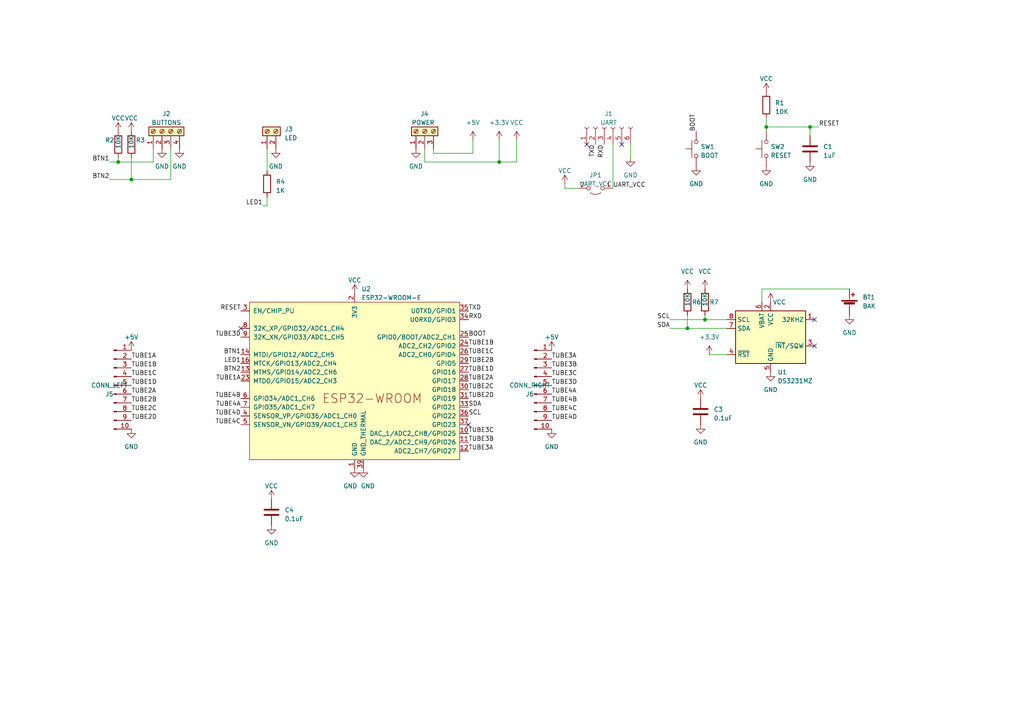
<source format=kicad_sch>
(kicad_sch (version 20230121) (generator eeschema)
  (paper "A4")
  (title_block (title "Nixie Clock Back Panel") (rev "3.0") (company "Ilya Strukov"))
  (lib_symbols
    (symbol "Connector:Conn_01x06_Socket" (pin_names (offset 1.016) hide)
      (property "Reference" "J" (at 0 7.62 0))
      (property "Value" "Conn_01x06_Socket" (at 0 -10.16 0))
      (symbol "Conn_01x06_Socket_1_1"
        (arc (start 0 -7.112) (mid -0.5058 -7.62) (end 0 -8.128) (stroke (width 0.1524)))
        (arc (start 0 -4.572) (mid -0.5058 -5.08) (end 0 -5.588) (stroke (width 0.1524)))
        (arc (start 0 -2.032) (mid -0.5058 -2.54) (end 0 -3.048) (stroke (width 0.1524)))
        (polyline (pts (xy -1.27 -7.62) (xy -0.508 -7.62)) (stroke (width 0.1524)))
        (polyline (pts (xy -1.27 -5.08) (xy -0.508 -5.08)) (stroke (width 0.1524)))
        (polyline (pts (xy -1.27 -2.54) (xy -0.508 -2.54)) (stroke (width 0.1524)))
        (polyline (pts (xy -1.27 0) (xy -0.508 0)) (stroke (width 0.1524)))
        (polyline (pts (xy -1.27 2.54) (xy -0.508 2.54)) (stroke (width 0.1524)))
        (polyline (pts (xy -1.27 5.08) (xy -0.508 5.08)) (stroke (width 0.1524)))
        (arc (start 0 0.508) (mid -0.5058 0) (end 0 -0.508) (stroke (width 0.1524)))
        (arc (start 0 3.048) (mid -0.5058 2.54) (end 0 2.032) (stroke (width 0.1524)))
        (arc (start 0 5.588) (mid -0.5058 5.08) (end 0 4.572) (stroke (width 0.1524)))
        (pin passive line (at -5.08 5.08 0) (length 3.81) (name "Pin_1") (number "1"))
        (pin passive line (at -5.08 2.54 0) (length 3.81) (name "Pin_2") (number "2"))
        (pin passive line (at -5.08 0 0) (length 3.81) (name "Pin_3") (number "3"))
        (pin passive line (at -5.08 -2.54 0) (length 3.81) (name "Pin_4") (number "4"))
        (pin passive line (at -5.08 -5.08 0) (length 3.81) (name "Pin_5") (number "5"))
        (pin passive line (at -5.08 -7.62 0) (length 3.81) (name "Pin_6") (number "6"))
      )
    )
    (symbol "Connector:Conn_01x10_Pin" (pin_names (offset 1.016) hide)
      (property "Reference" "J" (at 0 12.7 0))
      (property "Value" "Conn_01x10_Pin" (at 0 -15.24 0))
      (symbol "Conn_01x10_Pin_1_1"
        (polyline (pts (xy 1.27 -12.7) (xy 0.8636 -12.7)) (stroke (width 0.1524)))
        (polyline (pts (xy 1.27 -10.16) (xy 0.8636 -10.16)) (stroke (width 0.1524)))
        (polyline (pts (xy 1.27 -7.62) (xy 0.8636 -7.62)) (stroke (width 0.1524)))
        (polyline (pts (xy 1.27 -5.08) (xy 0.8636 -5.08)) (stroke (width 0.1524)))
        (polyline (pts (xy 1.27 -2.54) (xy 0.8636 -2.54)) (stroke (width 0.1524)))
        (polyline (pts (xy 1.27 0) (xy 0.8636 0)) (stroke (width 0.1524)))
        (polyline (pts (xy 1.27 2.54) (xy 0.8636 2.54)) (stroke (width 0.1524)))
        (polyline (pts (xy 1.27 5.08) (xy 0.8636 5.08)) (stroke (width 0.1524)))
        (polyline (pts (xy 1.27 7.62) (xy 0.8636 7.62)) (stroke (width 0.1524)))
        (polyline (pts (xy 1.27 10.16) (xy 0.8636 10.16)) (stroke (width 0.1524)))
        (rectangle (start 0.8636 -12.573) (end 0 -12.827) (stroke (width 0.1524)) (fill (type outline)))
        (rectangle (start 0.8636 -10.033) (end 0 -10.287) (stroke (width 0.1524)) (fill (type outline)))
        (rectangle (start 0.8636 -7.493) (end 0 -7.747) (stroke (width 0.1524)) (fill (type outline)))
        (rectangle (start 0.8636 -4.953) (end 0 -5.207) (stroke (width 0.1524)) (fill (type outline)))
        (rectangle (start 0.8636 -2.413) (end 0 -2.667) (stroke (width 0.1524)) (fill (type outline)))
        (rectangle (start 0.8636 0.127) (end 0 -0.127) (stroke (width 0.1524)) (fill (type outline)))
        (rectangle (start 0.8636 2.667) (end 0 2.413) (stroke (width 0.1524)) (fill (type outline)))
        (rectangle (start 0.8636 5.207) (end 0 4.953) (stroke (width 0.1524)) (fill (type outline)))
        (rectangle (start 0.8636 7.747) (end 0 7.493) (stroke (width 0.1524)) (fill (type outline)))
        (rectangle (start 0.8636 10.287) (end 0 10.033) (stroke (width 0.1524)) (fill (type outline)))
        (pin passive line (at 5.08 10.16 180) (length 3.81) (name "Pin_1") (number "1"))
        (pin passive line (at 5.08 -12.7 180) (length 3.81) (name "Pin_10") (number "10"))
        (pin passive line (at 5.08 7.62 180) (length 3.81) (name "Pin_2") (number "2"))
        (pin passive line (at 5.08 5.08 180) (length 3.81) (name "Pin_3") (number "3"))
        (pin passive line (at 5.08 2.54 180) (length 3.81) (name "Pin_4") (number "4"))
        (pin passive line (at 5.08 0 180) (length 3.81) (name "Pin_5") (number "5"))
        (pin passive line (at 5.08 -2.54 180) (length 3.81) (name "Pin_6") (number "6"))
        (pin passive line (at 5.08 -5.08 180) (length 3.81) (name "Pin_7") (number "7"))
        (pin passive line (at 5.08 -7.62 180) (length 3.81) (name "Pin_8") (number "8"))
        (pin passive line (at 5.08 -10.16 180) (length 3.81) (name "Pin_9") (number "9"))
      )
    )
    (symbol "Connector:Screw_Terminal_01x02" (pin_names (offset 1.016) hide)
      (property "Reference" "J" (at 0 2.54 0))
      (property "Value" "Screw_Terminal_01x02" (at 0 -5.08 0))
      (symbol "Screw_Terminal_01x02_1_1"
        (rectangle (start -1.27 1.27) (end 1.27 -3.81) (stroke (width 0.254)) (fill (type background)))
        (circle (center 0 -2.54) (radius 0.635) (stroke (width 0.1524)))
        (polyline (pts (xy -0.5334 -2.2098) (xy 0.3302 -3.048)) (stroke (width 0.1524)))
        (polyline (pts (xy -0.5334 0.3302) (xy 0.3302 -0.508)) (stroke (width 0.1524)))
        (polyline (pts (xy -0.3556 -2.032) (xy 0.508 -2.8702)) (stroke (width 0.1524)))
        (polyline (pts (xy -0.3556 0.508) (xy 0.508 -0.3302)) (stroke (width 0.1524)))
        (circle (center 0 0) (radius 0.635) (stroke (width 0.1524)))
        (pin passive line (at -5.08 0 0) (length 3.81) (name "Pin_1") (number "1"))
        (pin passive line (at -5.08 -2.54 0) (length 3.81) (name "Pin_2") (number "2"))
      )
    )
    (symbol "Connector:Screw_Terminal_01x03" (pin_names (offset 1.016) hide)
      (property "Reference" "J" (at 0 5.08 0))
      (property "Value" "Screw_Terminal_01x03" (at 0 -5.08 0))
      (symbol "Screw_Terminal_01x03_1_1"
        (rectangle (start -1.27 3.81) (end 1.27 -3.81) (stroke (width 0.254)) (fill (type background)))
        (circle (center 0 -2.54) (radius 0.635) (stroke (width 0.1524)))
        (polyline (pts (xy -0.5334 -2.2098) (xy 0.3302 -3.048)) (stroke (width 0.1524)))
        (polyline (pts (xy -0.5334 0.3302) (xy 0.3302 -0.508)) (stroke (width 0.1524)))
        (polyline (pts (xy -0.5334 2.8702) (xy 0.3302 2.032)) (stroke (width 0.1524)))
        (polyline (pts (xy -0.3556 -2.032) (xy 0.508 -2.8702)) (stroke (width 0.1524)))
        (polyline (pts (xy -0.3556 0.508) (xy 0.508 -0.3302)) (stroke (width 0.1524)))
        (polyline (pts (xy -0.3556 3.048) (xy 0.508 2.2098)) (stroke (width 0.1524)))
        (circle (center 0 0) (radius 0.635) (stroke (width 0.1524)))
        (circle (center 0 2.54) (radius 0.635) (stroke (width 0.1524)))
        (pin passive line (at -5.08 2.54 0) (length 3.81) (name "Pin_1") (number "1"))
        (pin passive line (at -5.08 0 0) (length 3.81) (name "Pin_2") (number "2"))
        (pin passive line (at -5.08 -2.54 0) (length 3.81) (name "Pin_3") (number "3"))
      )
    )
    (symbol "Connector:Screw_Terminal_01x04" (pin_names (offset 1.016) hide)
      (property "Reference" "J" (at 0 5.08 0))
      (property "Value" "Screw_Terminal_01x04" (at 0 -7.62 0))
      (symbol "Screw_Terminal_01x04_1_1"
        (rectangle (start -1.27 3.81) (end 1.27 -6.35) (stroke (width 0.254)) (fill (type background)))
        (circle (center 0 -5.08) (radius 0.635) (stroke (width 0.1524)))
        (circle (center 0 -2.54) (radius 0.635) (stroke (width 0.1524)))
        (polyline (pts (xy -0.5334 -4.7498) (xy 0.3302 -5.588)) (stroke (width 0.1524)))
        (polyline (pts (xy -0.5334 -2.2098) (xy 0.3302 -3.048)) (stroke (width 0.1524)))
        (polyline (pts (xy -0.5334 0.3302) (xy 0.3302 -0.508)) (stroke (width 0.1524)))
        (polyline (pts (xy -0.5334 2.8702) (xy 0.3302 2.032)) (stroke (width 0.1524)))
        (polyline (pts (xy -0.3556 -4.572) (xy 0.508 -5.4102)) (stroke (width 0.1524)))
        (polyline (pts (xy -0.3556 -2.032) (xy 0.508 -2.8702)) (stroke (width 0.1524)))
        (polyline (pts (xy -0.3556 0.508) (xy 0.508 -0.3302)) (stroke (width 0.1524)))
        (polyline (pts (xy -0.3556 3.048) (xy 0.508 2.2098)) (stroke (width 0.1524)))
        (circle (center 0 0) (radius 0.635) (stroke (width 0.1524)))
        (circle (center 0 2.54) (radius 0.635) (stroke (width 0.1524)))
        (pin passive line (at -5.08 2.54 0) (length 3.81) (name "Pin_1") (number "1"))
        (pin passive line (at -5.08 0 0) (length 3.81) (name "Pin_2") (number "2"))
        (pin passive line (at -5.08 -2.54 0) (length 3.81) (name "Pin_3") (number "3"))
        (pin passive line (at -5.08 -5.08 0) (length 3.81) (name "Pin_4") (number "4"))
      )
    )
    (symbol "Device:Battery_Cell" (pin_numbers hide) (pin_names (offset 0) hide)
      (property "Reference" "BT" (at 2.54 2.54 0))
      (property "Value" "Battery_Cell" (at 2.54 0 0))
      (symbol "Battery_Cell_0_1"
        (rectangle (start -2.286 1.778) (end 2.286 1.524) (fill (type outline)))
        (rectangle (start -1.5748 1.1938) (end 1.4732 0.6858) (fill (type outline)))
        (polyline (pts (xy 0 0.762) (xy 0 0)))
        (polyline (pts (xy 0 1.778) (xy 0 2.54)))
        (polyline (pts (xy 0.508 3.429) (xy 1.524 3.429)) (stroke (width 0.254)))
        (polyline (pts (xy 1.016 3.937) (xy 1.016 2.921)) (stroke (width 0.254)))
      )
      (symbol "Battery_Cell_1_1"
        (pin passive line (at 0 5.08 270) (length 2.54) (name "+") (number "1"))
        (pin passive line (at 0 -2.54 90) (length 2.54) (name "-") (number "2"))
      )
    )
    (symbol "Device:C" (pin_numbers hide) (pin_names (offset 0.254))
      (property "Reference" "C" (at 0.635 2.54 0))
      (property "Value" "C" (at 0.635 -2.54 0))
      (symbol "C_0_1"
        (polyline (pts (xy -2.032 -0.762) (xy 2.032 -0.762)) (stroke (width 0.508)))
        (polyline (pts (xy -2.032 0.762) (xy 2.032 0.762)) (stroke (width 0.508)))
      )
      (symbol "C_1_1"
        (pin passive line (at 0 3.81 270) (length 2.794) (name "~") (number "1"))
        (pin passive line (at 0 -3.81 90) (length 2.794) (name "~") (number "2"))
      )
    )
    (symbol "Device:R" (pin_numbers hide) (pin_names (offset 0))
      (property "Reference" "R" (at 2.032 0 90))
      (property "Value" "R" (at 0 0 90))
      (symbol "R_0_1"
        (rectangle (start -1.016 -2.54) (end 1.016 2.54) (stroke (width 0.254)))
      )
      (symbol "R_1_1"
        (pin passive line (at 0 3.81 270) (length 1.27) (name "~") (number "1"))
        (pin passive line (at 0 -3.81 90) (length 1.27) (name "~") (number "2"))
      )
    )
    (symbol "Espressif:ESP32-WROOM-E" (pin_names (offset 1.016))
      (property "Reference" "U" (at -30.48 27.94 0))
      (property "Value" "ESP32-WROOM-E" (at -30.48 25.4 0))
      (symbol "ESP32-WROOM-E_0_1"
        (rectangle (start -30.48 22.86) (end 30.48 -22.86) (fill (type background)))
      )
      (symbol "ESP32-WROOM-E_1_1"
        (text "ESP32-­WROOM­" (at 5.08 -5.08 0) (effects (font (size 2.54 2.54))))
        (pin power_in line (at 0 -25.4 90) (length 2.54) (name "GND") (number "1"))
        (pin bidirectional line (at 33.02 -15.24 180) (length 2.54) (name "DAC_1/ADC2_CH8/GPIO25") (number "10"))
        (pin bidirectional line (at 33.02 -17.78 180) (length 2.54) (name "DAC_2/ADC2_CH9/GPIO26") (number "11"))
        (pin bidirectional line (at 33.02 -20.32 180) (length 2.54) (name "ADC2_CH7/GPIO27") (number "12"))
        (pin bidirectional line (at -33.02 2.54 0) (length 2.54) (name "MTMS/GPIO14/ADC2_CH6") (number "13"))
        (pin bidirectional line (at -33.02 7.62 0) (length 2.54) (name "MTDI/GPIO12/ADC2_CH5") (number "14"))
        (pin passive line (at 0 -25.4 90) (length 2.54) hide (name "GND") (number "15"))
        (pin bidirectional line (at -33.02 5.08 0) (length 2.54) (name "MTCK/GPIO13/ADC2_CH4") (number "16"))
        (pin power_in line (at 0 25.4 270) (length 2.54) (name "3V3") (number "2"))
        (pin bidirectional line (at -33.02 0 0) (length 2.54) (name "MTDO/GPIO15/ADC2_CH3") (number "23"))
        (pin bidirectional line (at 33.02 10.16 180) (length 2.54) (name "ADC2_CH2/GPIO2") (number "24"))
        (pin bidirectional line (at 33.02 12.7 180) (length 2.54) (name "GPIO0/BOOT/ADC2_CH1") (number "25"))
        (pin bidirectional line (at 33.02 7.62 180) (length 2.54) (name "ADC2_CH0/GPIO4") (number "26"))
        (pin bidirectional line (at 33.02 2.54 180) (length 2.54) (name "GPIO16") (number "27"))
        (pin bidirectional line (at 33.02 0 180) (length 2.54) (name "GPIO17") (number "28"))
        (pin bidirectional line (at 33.02 5.08 180) (length 2.54) (name "GPIO5") (number "29"))
        (pin input line (at -33.02 20.32 0) (length 2.54) (name "EN/CHIP_PU") (number "3"))
        (pin bidirectional line (at 33.02 -2.54 180) (length 2.54) (name "GPIO18") (number "30"))
        (pin bidirectional line (at 33.02 -5.08 180) (length 2.54) (name "GPIO19") (number "31"))
        (pin bidirectional line (at 33.02 -7.62 180) (length 2.54) (name "GPIO21") (number "33"))
        (pin bidirectional line (at 33.02 17.78 180) (length 2.54) (name "U0RXD/GPIO3") (number "34"))
        (pin bidirectional line (at 33.02 20.32 180) (length 2.54) (name "U0TXD/GPIO1") (number "35"))
        (pin bidirectional line (at 33.02 -10.16 180) (length 2.54) (name "GPIO22") (number "36"))
        (pin bidirectional line (at 33.02 -12.7 180) (length 2.54) (name "GPIO23") (number "37"))
        (pin passive line (at 0 -25.4 90) (length 2.54) hide (name "GND") (number "38"))
        (pin power_in line (at 2.54 -25.4 90) (length 2.54) (name "GND_THERMAL") (number "39"))
        (pin input line (at -33.02 -10.16 0) (length 2.54) (name "SENSOR_VP/GPIO36/ADC1_CH0") (number "4"))
        (pin input line (at -33.02 -12.7 0) (length 2.54) (name "SENSOR_VN/GPIO39/ADC1_CH3") (number "5"))
        (pin input line (at -33.02 -5.08 0) (length 2.54) (name "GPIO34/ADC1_CH6") (number "6"))
        (pin input line (at -33.02 -7.62 0) (length 2.54) (name "GPIO35/ADC1_CH7") (number "7"))
        (pin bidirectional line (at -33.02 15.24 0) (length 2.54) (name "32K_XP/GPIO32/ADC1_CH4") (number "8"))
        (pin bidirectional line (at -33.02 12.7 0) (length 2.54) (name "32K_XN/GPIO33/ADC1_CH5") (number "9"))
      )
    )
    (symbol "Jumper:Jumper_2_Open" (pin_names (offset 0) hide)
      (property "Reference" "JP" (at 0 2.794 0))
      (property "Value" "Jumper_2_Open" (at 0 -2.286 0))
      (symbol "Jumper_2_Open_0_0"
        (circle (center -2.032 0) (radius 0.508))
        (circle (center 2.032 0) (radius 0.508))
      )
      (symbol "Jumper_2_Open_0_1"
        (arc (start 1.524 1.27) (mid 0 1.778) (end -1.524 1.27))
      )
      (symbol "Jumper_2_Open_1_1"
        (pin passive line (at -5.08 0 0) (length 2.54) (name "A") (number "1"))
        (pin passive line (at 5.08 0 180) (length 2.54) (name "B") (number "2"))
      )
    )
    (symbol "Switch:SW_Push" (pin_numbers hide) (pin_names (offset 1.016) hide)
      (property "Reference" "SW" (at 1.27 2.54 0))
      (property "Value" "SW_Push" (at 0 -1.524 0))
      (symbol "SW_Push_0_1"
        (circle (center -2.032 0) (radius 0.508))
        (polyline (pts (xy 0 1.27) (xy 0 3.048)))
        (polyline (pts (xy 2.54 1.27) (xy -2.54 1.27)))
        (circle (center 2.032 0) (radius 0.508))
        (pin passive line (at -5.08 0 0) (length 2.54) (name "1") (number "1"))
        (pin passive line (at 5.08 0 180) (length 2.54) (name "2") (number "2"))
      )
    )
    (symbol "Timer_RTC:DS3231MZ"
      (property "Reference" "U" (at -7.62 8.89 0))
      (property "Value" "DS3231MZ" (at 11.43 8.89 0))
      (symbol "DS3231MZ_0_1"
        (rectangle (start -10.16 7.62) (end 10.16 -7.62) (stroke (width 0.254)) (fill (type background)))
      )
      (symbol "DS3231MZ_1_1"
        (pin open_collector line (at 12.7 5.08 180) (length 2.54) (name "32KHZ") (number "1"))
        (pin power_in line (at 0 10.16 270) (length 2.54) (name "VCC") (number "2"))
        (pin open_collector line (at 12.7 -2.54 180) (length 2.54) (name "~{INT}/SQW") (number "3"))
        (pin bidirectional line (at -12.7 -5.08 0) (length 2.54) (name "~{RST}") (number "4"))
        (pin power_in line (at 0 -10.16 90) (length 2.54) (name "GND") (number "5"))
        (pin power_in line (at -2.54 10.16 270) (length 2.54) (name "VBAT") (number "6"))
        (pin bidirectional line (at -12.7 2.54 0) (length 2.54) (name "SDA") (number "7"))
        (pin input line (at -12.7 5.08 0) (length 2.54) (name "SCL") (number "8"))
      )
    )
    (symbol "power:+3.3V" (power) (pin_names (offset 0))
      (property "Value" "+3.3V" (at 0 3.556 0))
      (symbol "+3.3V_0_1"
        (polyline (pts (xy -0.762 1.27) (xy 0 2.54)))
        (polyline (pts (xy 0 0) (xy 0 2.54)))
        (polyline (pts (xy 0 2.54) (xy 0.762 1.27)))
      )
      (symbol "+3.3V_1_1"
        (pin power_in line (at 0 0 90) (length 0) hide (name "+3.3V") (number "1"))
      )
    )
    (symbol "power:+5V" (power) (pin_names (offset 0))
      (property "Value" "+5V" (at 0 3.556 0))
      (symbol "+5V_0_1"
        (polyline (pts (xy -0.762 1.27) (xy 0 2.54)))
        (polyline (pts (xy 0 0) (xy 0 2.54)))
        (polyline (pts (xy 0 2.54) (xy 0.762 1.27)))
      )
      (symbol "+5V_1_1"
        (pin power_in line (at 0 0 90) (length 0) hide (name "+5V") (number "1"))
      )
    )
    (symbol "power:GND" (power) (pin_names (offset 0))
      (property "Value" "GND" (at 0 -3.81 0))
      (symbol "GND_0_1"
        (polyline (pts (xy 0 0) (xy 0 -1.27) (xy 1.27 -1.27) (xy 0 -2.54) (xy -1.27 -1.27) (xy 0 -1.27)))
      )
      (symbol "GND_1_1"
        (pin power_in line (at 0 0 270) (length 0) hide (name "GND") (number "1"))
      )
    )
    (symbol "power:VCC" (power) (pin_names (offset 0))
      (property "Value" "VCC" (at 0 3.81 0))
      (symbol "VCC_0_1"
        (polyline (pts (xy -0.762 1.27) (xy 0 2.54)))
        (polyline (pts (xy 0 0) (xy 0 2.54)))
        (polyline (pts (xy 0 2.54) (xy 0.762 1.27)))
      )
      (symbol "VCC_1_1"
        (pin power_in line (at 0 0 90) (length 0) hide (name "VCC") (number "1"))
      )
    )
  )
  (junction (at 38.1 52.07))
  (junction (at 222.25 36.83))
  (junction (at 204.47 92.71))
  (junction (at 34.29 46.99))
  (junction (at 234.95 36.83))
  (junction (at 199.39 95.25))
  (junction (at 144.78 46.99))
  (no_connect (at 236.22 92.71))
  (no_connect (at 135.89 123.19))
  (no_connect (at 236.22 100.33))
  (no_connect (at 180.34 41.91))
  (no_connect (at 170.18 41.91))
  (no_connect (at 69.85 95.25))
  (wire (pts (xy 44.45 46.99) (xy 44.45 43.18)))
  (wire (pts (xy 199.39 95.25) (xy 210.82 95.25)))
  (wire (pts (xy 194.31 92.71) (xy 204.47 92.71)))
  (wire (pts (xy 222.25 34.29) (xy 222.25 36.83)))
  (wire (pts (xy 137.16 40.64) (xy 137.16 44.45)))
  (wire (pts (xy 204.47 91.44) (xy 204.47 92.71)))
  (wire (pts (xy 123.19 43.18) (xy 123.19 46.99)))
  (wire (pts (xy 144.78 46.99) (xy 144.78 40.64)))
  (wire (pts (xy 237.49 36.83) (xy 234.95 36.83)))
  (wire (pts (xy 38.1 45.72) (xy 38.1 52.07)))
  (wire (pts (xy 77.47 43.18) (xy 77.47 49.53)))
  (wire (pts (xy 234.95 36.83) (xy 222.25 36.83)))
  (wire (pts (xy 123.19 46.99) (xy 144.78 46.99)))
  (wire (pts (xy 125.73 43.18) (xy 125.73 44.45)))
  (wire (pts (xy 34.29 45.72) (xy 34.29 46.99)))
  (wire (pts (xy 194.31 95.25) (xy 199.39 95.25)))
  (wire (pts (xy 149.86 46.99) (xy 149.86 40.64)))
  (wire (pts (xy 199.39 91.44) (xy 199.39 95.25)))
  (wire (pts (xy 234.95 36.83) (xy 234.95 39.37)))
  (wire (pts (xy 76.2 59.69) (xy 77.47 59.69)))
  (wire (pts (xy 77.47 59.69) (xy 77.47 57.15)))
  (wire (pts (xy 31.75 46.99) (xy 34.29 46.99)))
  (wire (pts (xy 220.98 83.82) (xy 246.38 83.82)))
  (wire (pts (xy 31.75 52.07) (xy 38.1 52.07)))
  (wire (pts (xy 222.25 36.83) (xy 222.25 38.1)))
  (wire (pts (xy 205.74 102.87) (xy 210.82 102.87)))
  (wire (pts (xy 34.29 46.99) (xy 44.45 46.99)))
  (wire (pts (xy 125.73 44.45) (xy 137.16 44.45)))
  (wire (pts (xy 163.83 53.34) (xy 163.83 54.61)))
  (wire (pts (xy 204.47 92.71) (xy 210.82 92.71)))
  (wire (pts (xy 49.53 52.07) (xy 49.53 43.18)))
  (wire (pts (xy 38.1 52.07) (xy 49.53 52.07)))
  (wire (pts (xy 163.83 54.61) (xy 167.64 54.61)))
  (wire (pts (xy 220.98 83.82) (xy 220.98 87.63)))
  (wire (pts (xy 182.88 41.91) (xy 182.88 45.72)))
  (wire (pts (xy 177.8 41.91) (xy 177.8 54.61)))
  (wire (pts (xy 144.78 46.99) (xy 149.86 46.99)))
  (label "TUBE3B" (at 160.02 106.68 0))
  (label "TUBE1A" (at 38.1 104.14 0))
  (label "TUBE1D" (at 38.1 111.76 0))
  (label "BOOT" (at 201.93 38.1 90))
  (label "BTN2" (at 69.85 107.95 180))
  (label "LED1" (at 69.85 105.41 180))
  (label "RXD" (at 175.26 41.91 270))
  (label "SCL" (at 135.89 120.65 0))
  (label "SDA" (at 194.31 95.25 180))
  (label "TUBE2C" (at 38.1 119.38 0))
  (label "TUBE4C" (at 160.02 119.38 0))
  (label "TUBE2A" (at 38.1 114.3 0))
  (label "BTN2" (at 31.75 52.07 180))
  (label "TUBE3C" (at 135.89 125.73 0))
  (label "TUBE3A" (at 135.89 130.81 0))
  (label "TUBE3D" (at 160.02 111.76 0))
  (label "TXD" (at 172.72 41.91 270))
  (label "TUBE2D" (at 135.89 115.57 0))
  (label "TXD" (at 135.89 90.17 0))
  (label "SDA" (at 135.89 118.11 0))
  (label "TUBE3B" (at 135.89 128.27 0))
  (label "TUBE1A" (at 69.85 110.49 180))
  (label "BTN1" (at 31.75 46.99 180))
  (label "UART_VCC" (at 177.8 54.61 0))
  (label "TUBE4B" (at 160.02 116.84 0))
  (label "TUBE2D" (at 38.1 121.92 0))
  (label "BOOT" (at 135.89 97.79 0))
  (label "RESET" (at 69.85 90.17 180))
  (label "TUBE3D" (at 69.85 97.79 180))
  (label "TUBE4B" (at 69.85 115.57 180))
  (label "TUBE2A" (at 135.89 110.49 0))
  (label "TUBE2C" (at 135.89 113.03 0))
  (label "TUBE3C" (at 160.02 109.22 0))
  (label "TUBE4A" (at 69.85 118.11 180))
  (label "TUBE1C" (at 38.1 109.22 0))
  (label "TUBE4D" (at 160.02 121.92 0))
  (label "SCL" (at 194.31 92.71 180))
  (label "TUBE1B" (at 38.1 106.68 0))
  (label "TUBE1C" (at 135.89 102.87 0))
  (label "TUBE4C" (at 69.85 123.19 180))
  (label "TUBE1D" (at 135.89 107.95 0))
  (label "TUBE4A" (at 160.02 114.3 0))
  (label "TUBE3A" (at 160.02 104.14 0))
  (label "RXD" (at 135.89 92.71 0))
  (label "TUBE2B" (at 38.1 116.84 0))
  (label "TUBE1B" (at 135.89 100.33 0))
  (label "TUBE4D" (at 69.85 120.65 180))
  (label "BTN1" (at 69.85 102.87 180))
  (label "RESET" (at 237.49 36.83 0))
  (label "LED1" (at 76.2 59.69 180))
  (label "TUBE2B" (at 135.89 105.41 0))
  (symbol (lib_id "power:VCC") (at 102.87 85.09 0) (unit 1)
    (property "Reference" "#PWR019" (effects hide))
    (property "Value" "VCC" (at 102.87 81.28 0))
  )
  (symbol (lib_id "power:GND") (at 52.07 43.18 0) (unit 1)
    (property "Reference" "#PWR08" (effects hide))
    (property "Value" "GND" (at 52.07 48.26 0))
  )
  (symbol (lib_id "power:GND") (at 223.52 107.95 0) (unit 1)
    (property "Reference" "#PWR025" (effects hide))
    (property "Value" "GND" (at 223.52 113.03 0))
  )
  (symbol (lib_id "power:VCC") (at 78.74 144.78 0) (unit 1)
    (property "Reference" "#PWR032" (effects hide))
    (property "Value" "VCC" (at 78.74 140.97 0))
  )
  (symbol (lib_id "power:GND") (at 105.41 135.89 0) (unit 1)
    (property "Reference" "#PWR031" (effects hide))
    (property "Value" "GND" (at 106.68 140.97 0))
  )
  (symbol (lib_id "Device:R") (at 34.29 41.91 0) (unit 1)
    (property "Reference" "R2" (at 30.48 40.64 0) (effects (justify left)))
    (property "Value" "10K" (at 34.29 43.18 90) (effects (justify left)))
    (property "Footprint" "Resistor_SMD:R_1206_3216Metric_Pad1.30x1.75mm_HandSolder" (effects hide))
  )
  (symbol (lib_id "power:VCC") (at 199.39 83.82 0) (unit 1)
    (property "Reference" "#PWR017" (effects hide))
    (property "Value" "VCC" (at 199.39 78.74 0))
  )
  (symbol (lib_id "power:+5V") (at 137.16 40.64 0) (unit 1)
    (property "Reference" "#PWR04" (effects hide))
    (property "Value" "+5V" (at 137.16 35.56 0))
  )
  (symbol (lib_id "Switch:SW_Push") (at 201.93 43.18 90) (unit 1)
    (property "Reference" "SW1" (at 203.2 42.545 90) (effects (justify right)))
    (property "Value" "BOOT" (at 203.2 45.085 90) (effects (justify right)))
    (property "Footprint" "Button_Switch_SMD:SW_Push_1P1T_XKB_TS-1187A" (effects hide))
  )
  (symbol (lib_id "power:+5V") (at 38.1 101.6 0) (unit 1)
    (property "Reference" "#PWR022" (effects hide))
    (property "Value" "+5V" (at 38.1 97.79 0))
  )
  (symbol (lib_id "power:VCC") (at 203.2 115.57 0) (unit 1)
    (property "Reference" "#PWR026" (effects hide))
    (property "Value" "VCC" (at 203.2 111.76 0))
  )
  (symbol (lib_id "power:GND") (at 160.02 124.46 0) (unit 1)
    (property "Reference" "#PWR029" (effects hide))
    (property "Value" "GND" (at 160.02 129.54 0))
  )
  (symbol (lib_id "Connector:Screw_Terminal_01x02") (at 77.47 38.1 90) (unit 1)
    (property "Reference" "J3" (at 82.55 37.465 90) (effects (justify right)))
    (property "Value" "LED" (at 82.55 40.005 90) (effects (justify right)))
    (property "Footprint" "TerminalBlock:TerminalBlock_Altech_AK300-2_P5.00mm" (effects hide))
  )
  (symbol (lib_id "Switch:SW_Push") (at 222.25 43.18 90) (unit 1)
    (property "Reference" "SW2" (at 223.52 42.545 90) (effects (justify right)))
    (property "Value" "RESET" (at 223.52 45.085 90) (effects (justify right)))
    (property "Footprint" "Button_Switch_SMD:SW_Push_1P1T_XKB_TS-1187A" (effects hide))
  )
  (symbol (lib_id "power:GND") (at 120.65 43.18 0) (unit 1)
    (property "Reference" "#PWR010" (effects hide))
    (property "Value" "GND" (at 120.65 48.26 0))
  )
  (symbol (lib_id "power:GND") (at 38.1 124.46 0) (unit 1)
    (property "Reference" "#PWR028" (effects hide))
    (property "Value" "GND" (at 38.1 129.54 0))
  )
  (symbol (lib_id "Device:R") (at 77.47 53.34 0) (unit 1)
    (property "Reference" "R4" (at 80.01 52.705 0) (effects (justify left)))
    (property "Value" "1K" (at 80.01 55.245 0) (effects (justify left)))
    (property "Footprint" "Resistor_SMD:R_1206_3216Metric_Pad1.30x1.75mm_HandSolder" (effects hide))
  )
  (symbol (lib_id "Device:Battery_Cell") (at 246.38 88.9 0) (unit 1)
    (property "Reference" "BT1" (at 250.19 86.233 0) (effects (justify left)))
    (property "Value" "BAK" (at 250.19 88.773 0) (effects (justify left)))
    (property "Footprint" "Battery:BatteryHolder_Keystone_103_1x20mm" (effects hide))
  )
  (symbol (lib_id "Jumper:Jumper_2_Open") (at 172.72 54.61 180) (unit 1)
    (property "Reference" "JP1" (at 172.72 50.8 0))
    (property "Value" "UART_VCC" (at 172.72 53.34 0))
    (property "Footprint" "Connector_PinHeader_2.54mm:PinHeader_1x02_P2.54mm_Vertical" (effects hide))
  )
  (symbol (lib_id "Timer_RTC:DS3231MZ") (at 223.52 97.79 0) (unit 1)
    (property "Reference" "U1" (at 225.5394 107.95 0) (effects (justify left)))
    (property "Value" "DS3231MZ" (at 225.5394 110.49 0) (effects (justify left)))
    (property "Footprint" "Package_SO:SOIC-8_3.9x4.9mm_P1.27mm" (effects hide))
    (property "Datasheet" "http://datasheets.maximintegrated.com/en/ds/DS3231M.pdf" (effects hide))
  )
  (symbol (lib_id "power:GND") (at 246.38 91.44 0) (unit 1)
    (property "Reference" "#PWR016" (effects hide))
    (property "Value" "GND" (at 246.38 96.52 0))
  )
  (symbol (lib_id "Device:C") (at 203.2 119.38 0) (unit 1)
    (property "Reference" "C3" (at 207.01 118.745 0) (effects (justify left)))
    (property "Value" "0.1uF" (at 207.01 121.285 0) (effects (justify left)))
    (property "Footprint" "Capacitor_SMD:C_1206_3216Metric_Pad1.33x1.80mm_HandSolder" (effects hide))
  )
  (symbol (lib_id "Device:R") (at 38.1 41.91 0) (unit 1)
    (property "Reference" "R3" (at 39.37 40.64 0) (effects (justify left)))
    (property "Value" "10K" (at 38.1 43.18 90) (effects (justify left)))
    (property "Footprint" "Resistor_SMD:R_1206_3216Metric_Pad1.30x1.75mm_HandSolder" (effects hide))
  )
  (symbol (lib_id "power:GND") (at 182.88 45.72 0) (unit 1)
    (property "Reference" "#PWR011" (effects hide))
    (property "Value" "GND" (at 182.88 50.8 0))
  )
  (symbol (lib_id "power:GND") (at 201.93 48.26 0) (unit 1)
    (property "Reference" "#PWR013" (effects hide))
    (property "Value" "GND" (at 201.93 53.34 0))
  )
  (symbol (lib_id "power:VCC") (at 38.1 38.1 0) (unit 1)
    (property "Reference" "#PWR03" (effects hide))
    (property "Value" "VCC" (at 38.1 34.29 0))
  )
  (symbol (lib_id "power:VCC") (at 223.52 87.63 0) (unit 1)
    (property "Reference" "#PWR020" (effects hide))
    (property "Value" "VCC" (at 226.06 87.63 0))
  )
  (symbol (lib_id "power:GND") (at 234.95 46.99 0) (unit 1)
    (property "Reference" "#PWR012" (effects hide))
    (property "Value" "GND" (at 234.95 52.07 0))
  )
  (symbol (lib_id "power:+5V") (at 160.02 101.6 0) (unit 1)
    (property "Reference" "#PWR023" (effects hide))
    (property "Value" "+5V" (at 160.02 97.79 0))
  )
  (symbol (lib_id "power:VCC") (at 204.47 83.82 0) (unit 1)
    (property "Reference" "#PWR018" (effects hide))
    (property "Value" "VCC" (at 204.47 78.74 0))
  )
  (symbol (lib_id "power:GND") (at 46.99 43.18 0) (unit 1)
    (property "Reference" "#PWR07" (effects hide))
    (property "Value" "GND" (at 46.99 48.26 0))
  )
  (symbol (lib_id "power:VCC") (at 222.25 26.67 0) (unit 1)
    (property "Reference" "#PWR01" (effects hide))
    (property "Value" "VCC" (at 222.25 22.86 0))
  )
  (symbol (lib_id "Device:C") (at 234.95 43.18 0) (unit 1)
    (property "Reference" "C1" (at 238.76 42.545 0) (effects (justify left)))
    (property "Value" "1uF" (at 238.76 45.085 0) (effects (justify left)))
    (property "Footprint" "Capacitor_SMD:C_1206_3216Metric_Pad1.33x1.80mm_HandSolder" (effects hide))
  )
  (symbol (lib_id "power:GND") (at 80.01 43.18 0) (unit 1)
    (property "Reference" "#PWR09" (effects hide))
    (property "Value" "GND" (at 80.01 48.26 0))
  )
  (symbol (lib_id "Espressif:ESP32-WROOM-E") (at 102.87 110.49 0) (unit 1)
    (property "Reference" "U2" (at 104.8259 83.82 0) (effects (justify left)))
    (property "Value" "ESP32-WROOM-E" (at 104.8259 86.36 0) (effects (justify left)))
    (property "Footprint" "Espressif:ESP32-WROOM-32E" (effects hide))
    (property "Datasheet" "https://www.espressif.com/sites/default/files/documentation/esp32-wroom-32e_esp32-wroom-32ue_datasheet_en.pdf" (effects hide))
  )
  (symbol (lib_id "Connector:Screw_Terminal_01x03") (at 123.19 38.1 90) (unit 1)
    (property "Reference" "J4" (at 121.92 33.02 90) (effects (justify right)))
    (property "Value" "POWER" (at 119.38 35.56 90) (effects (justify right)))
    (property "Footprint" "TerminalBlock:TerminalBlock_Altech_AK300-3_P5.00mm" (effects hide))
  )
  (symbol (lib_id "Connector:Conn_01x10_Pin") (at 154.94 111.76 0) (unit 1)
    (property "Reference" "J6" (at 153.67 114.3 0))
    (property "Value" "CONN_RIGHT" (at 153.67 111.76 0))
    (property "Footprint" "Connector_PinSocket_2.54mm:PinSocket_1x10_P2.54mm_Vertical" (effects hide))
  )
  (symbol (lib_id "Connector:Screw_Terminal_01x04") (at 46.99 38.1 90) (unit 1)
    (property "Reference" "J2" (at 48.26 33.02 90))
    (property "Value" "BUTTONS" (at 48.26 35.56 90))
    (property "Footprint" "TerminalBlock:TerminalBlock_Altech_AK300-4_P5.00mm" (effects hide))
  )
  (symbol (lib_id "Device:R") (at 199.39 87.63 0) (unit 1)
    (property "Reference" "R6" (at 200.66 87.63 0) (effects (justify left)))
    (property "Value" "10K" (at 199.39 88.9 90) (effects (justify left)))
    (property "Footprint" "Resistor_SMD:R_1206_3216Metric_Pad1.30x1.75mm_HandSolder" (effects hide))
  )
  (symbol (lib_id "power:VCC") (at 149.86 40.64 0) (unit 1)
    (property "Reference" "#PWR06" (effects hide))
    (property "Value" "VCC" (at 149.86 35.56 0))
  )
  (symbol (lib_id "power:GND") (at 222.25 48.26 0) (unit 1)
    (property "Reference" "#PWR014" (effects hide))
    (property "Value" "GND" (at 222.25 53.34 0))
  )
  (symbol (lib_id "Device:R") (at 204.47 87.63 0) (unit 1)
    (property "Reference" "R7" (at 205.74 87.63 0) (effects (justify left)))
    (property "Value" "10K" (at 204.47 88.9 90) (effects (justify left)))
    (property "Footprint" "Resistor_SMD:R_1206_3216Metric_Pad1.30x1.75mm_HandSolder" (effects hide))
  )
  (symbol (lib_id "power:GND") (at 203.2 123.19 0) (unit 1)
    (property "Reference" "#PWR027" (effects hide))
    (property "Value" "GND" (at 203.2 128.27 0))
  )
  (symbol (lib_id "power:+3.3V") (at 144.78 40.64 0) (unit 1)
    (property "Reference" "#PWR05" (effects hide))
    (property "Value" "+3.3V" (at 144.78 35.56 0))
  )
  (symbol (lib_id "Device:R") (at 222.25 30.48 0) (unit 1)
    (property "Reference" "R1" (at 224.79 29.845 0) (effects (justify left)))
    (property "Value" "10K" (at 224.79 32.385 0) (effects (justify left)))
    (property "Footprint" "Resistor_SMD:R_1206_3216Metric_Pad1.30x1.75mm_HandSolder" (effects hide))
  )
  (symbol (lib_id "Connector:Conn_01x06_Socket") (at 175.26 36.83 90) (unit 1)
    (property "Reference" "J1" (at 176.53 33.02 90))
    (property "Value" "UART" (at 176.53 35.56 90))
    (property "Footprint" "Connector_PinHeader_2.54mm:PinHeader_1x06_P2.54mm_Vertical" (effects hide))
  )
  (symbol (lib_id "Device:C") (at 78.74 148.59 0) (unit 1)
    (property "Reference" "C4" (at 82.55 147.955 0) (effects (justify left)))
    (property "Value" "0.1uF" (at 82.55 150.495 0) (effects (justify left)))
    (property "Footprint" "Capacitor_SMD:C_1206_3216Metric_Pad1.33x1.80mm_HandSolder" (effects hide))
  )
  (symbol (lib_id "power:VCC") (at 163.83 53.34 0) (unit 1)
    (property "Reference" "#PWR015" (effects hide))
    (property "Value" "VCC" (at 163.83 49.53 0))
  )
  (symbol (lib_id "power:GND") (at 78.74 152.4 0) (unit 1)
    (property "Reference" "#PWR033" (effects hide))
    (property "Value" "GND" (at 78.74 157.48 0))
  )
  (symbol (lib_id "power:VCC") (at 34.29 38.1 0) (unit 1)
    (property "Reference" "#PWR02" (effects hide))
    (property "Value" "VCC" (at 34.29 34.29 0))
  )
  (symbol (lib_id "power:GND") (at 102.87 135.89 0) (unit 1)
    (property "Reference" "#PWR030" (effects hide))
    (property "Value" "GND" (at 101.6 140.97 0))
  )
  (symbol (lib_id "power:+3.3V") (at 205.74 102.87 0) (unit 1)
    (property "Reference" "#PWR024" (effects hide))
    (property "Value" "+3.3V" (at 205.74 97.79 0))
  )
  (symbol (lib_id "Connector:Conn_01x10_Pin") (at 33.02 111.76 0) (unit 1)
    (property "Reference" "J5" (at 31.75 114.3 0))
    (property "Value" "CONN_LEFT" (at 31.75 111.76 0))
    (property "Footprint" "Connector_PinSocket_2.54mm:PinSocket_1x10_P2.54mm_Vertical" (effects hide))
  )
)
</source>
